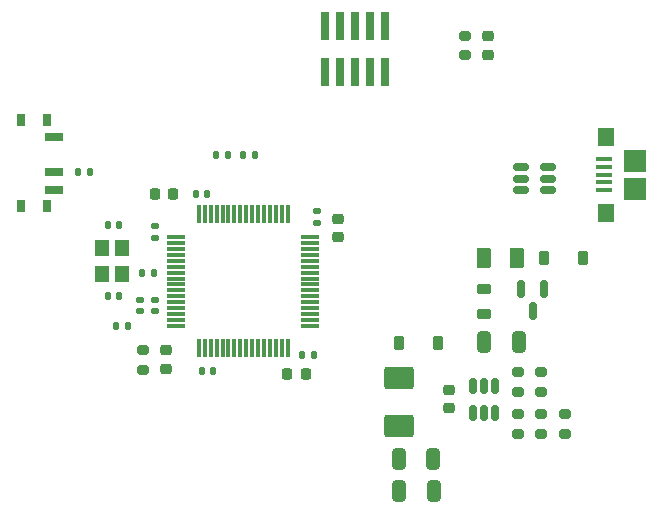
<source format=gtp>
%TF.GenerationSoftware,KiCad,Pcbnew,9.0.1*%
%TF.CreationDate,2025-04-24T11:34:14-03:00*%
%TF.ProjectId,STM32_USB_Buck_Converter,53544d33-325f-4555-9342-5f4275636b5f,rev?*%
%TF.SameCoordinates,Original*%
%TF.FileFunction,Paste,Top*%
%TF.FilePolarity,Positive*%
%FSLAX46Y46*%
G04 Gerber Fmt 4.6, Leading zero omitted, Abs format (unit mm)*
G04 Created by KiCad (PCBNEW 9.0.1) date 2025-04-24 11:34:14*
%MOMM*%
%LPD*%
G01*
G04 APERTURE LIST*
G04 Aperture macros list*
%AMRoundRect*
0 Rectangle with rounded corners*
0 $1 Rounding radius*
0 $2 $3 $4 $5 $6 $7 $8 $9 X,Y pos of 4 corners*
0 Add a 4 corners polygon primitive as box body*
4,1,4,$2,$3,$4,$5,$6,$7,$8,$9,$2,$3,0*
0 Add four circle primitives for the rounded corners*
1,1,$1+$1,$2,$3*
1,1,$1+$1,$4,$5*
1,1,$1+$1,$6,$7*
1,1,$1+$1,$8,$9*
0 Add four rect primitives between the rounded corners*
20,1,$1+$1,$2,$3,$4,$5,0*
20,1,$1+$1,$4,$5,$6,$7,0*
20,1,$1+$1,$6,$7,$8,$9,0*
20,1,$1+$1,$8,$9,$2,$3,0*%
G04 Aperture macros list end*
%ADD10RoundRect,0.200000X0.275000X-0.200000X0.275000X0.200000X-0.275000X0.200000X-0.275000X-0.200000X0*%
%ADD11RoundRect,0.218750X0.256250X-0.218750X0.256250X0.218750X-0.256250X0.218750X-0.256250X-0.218750X0*%
%ADD12R,0.740000X2.400000*%
%ADD13R,1.500000X0.700000*%
%ADD14R,0.800000X1.000000*%
%ADD15RoundRect,0.140000X-0.140000X-0.170000X0.140000X-0.170000X0.140000X0.170000X-0.140000X0.170000X0*%
%ADD16R,1.350000X0.400000*%
%ADD17R,1.400000X1.600000*%
%ADD18R,1.900000X1.900000*%
%ADD19RoundRect,0.250000X-0.325000X-0.650000X0.325000X-0.650000X0.325000X0.650000X-0.325000X0.650000X0*%
%ADD20RoundRect,0.225000X0.250000X-0.225000X0.250000X0.225000X-0.250000X0.225000X-0.250000X-0.225000X0*%
%ADD21RoundRect,0.250000X-1.000000X0.700000X-1.000000X-0.700000X1.000000X-0.700000X1.000000X0.700000X0*%
%ADD22RoundRect,0.150000X0.512500X0.150000X-0.512500X0.150000X-0.512500X-0.150000X0.512500X-0.150000X0*%
%ADD23RoundRect,0.135000X0.135000X0.185000X-0.135000X0.185000X-0.135000X-0.185000X0.135000X-0.185000X0*%
%ADD24RoundRect,0.200000X-0.275000X0.200000X-0.275000X-0.200000X0.275000X-0.200000X0.275000X0.200000X0*%
%ADD25RoundRect,0.140000X0.170000X-0.140000X0.170000X0.140000X-0.170000X0.140000X-0.170000X-0.140000X0*%
%ADD26RoundRect,0.150000X-0.150000X0.587500X-0.150000X-0.587500X0.150000X-0.587500X0.150000X0.587500X0*%
%ADD27RoundRect,0.218750X-0.381250X0.218750X-0.381250X-0.218750X0.381250X-0.218750X0.381250X0.218750X0*%
%ADD28RoundRect,0.140000X0.140000X0.170000X-0.140000X0.170000X-0.140000X-0.170000X0.140000X-0.170000X0*%
%ADD29RoundRect,0.225000X-0.225000X-0.375000X0.225000X-0.375000X0.225000X0.375000X-0.225000X0.375000X0*%
%ADD30RoundRect,0.225000X-0.225000X-0.250000X0.225000X-0.250000X0.225000X0.250000X-0.225000X0.250000X0*%
%ADD31RoundRect,0.147500X-0.147500X-0.172500X0.147500X-0.172500X0.147500X0.172500X-0.147500X0.172500X0*%
%ADD32RoundRect,0.135000X-0.135000X-0.185000X0.135000X-0.185000X0.135000X0.185000X-0.135000X0.185000X0*%
%ADD33R,1.200000X1.400000*%
%ADD34RoundRect,0.250000X0.375000X0.625000X-0.375000X0.625000X-0.375000X-0.625000X0.375000X-0.625000X0*%
%ADD35RoundRect,0.150000X0.150000X-0.512500X0.150000X0.512500X-0.150000X0.512500X-0.150000X-0.512500X0*%
%ADD36RoundRect,0.225000X0.225000X0.250000X-0.225000X0.250000X-0.225000X-0.250000X0.225000X-0.250000X0*%
%ADD37RoundRect,0.075000X-0.075000X-0.700000X0.075000X-0.700000X0.075000X0.700000X-0.075000X0.700000X0*%
%ADD38RoundRect,0.075000X-0.700000X-0.075000X0.700000X-0.075000X0.700000X0.075000X-0.700000X0.075000X0*%
G04 APERTURE END LIST*
D10*
%TO.C,R6*%
X144000000Y-75712500D03*
X144000000Y-77362500D03*
%TD*%
D11*
%TO.C,D3*%
X146000000Y-75750000D03*
X146000000Y-77325000D03*
%TD*%
D12*
%TO.C,J2*%
X137290000Y-74875000D03*
X137290000Y-78775000D03*
X136020000Y-74875000D03*
X136020000Y-78775000D03*
X134750000Y-74875000D03*
X134750000Y-78775000D03*
X133480000Y-74875000D03*
X133480000Y-78775000D03*
X132210000Y-74875000D03*
X132210000Y-78775000D03*
%TD*%
D13*
%TO.C,SW1*%
X109250000Y-88750000D03*
X109250000Y-87250000D03*
X109250000Y-84250000D03*
D14*
X106390000Y-90150000D03*
X108600000Y-90150000D03*
X106390000Y-82850000D03*
X108600000Y-82850000D03*
%TD*%
D15*
%TO.C,C8*%
X130250000Y-102750000D03*
X131210000Y-102750000D03*
%TD*%
D16*
%TO.C,J5*%
X155775000Y-88770000D03*
X155775000Y-88120000D03*
X155775000Y-87470000D03*
X155775000Y-86820000D03*
X155775000Y-86170000D03*
D17*
X156000000Y-90670000D03*
D18*
X158450000Y-88670000D03*
X158450000Y-86270000D03*
D17*
X156000000Y-84270000D03*
%TD*%
D19*
%TO.C,C1*%
X145625000Y-101600000D03*
X148575000Y-101600000D03*
%TD*%
D20*
%TO.C,C4*%
X142650000Y-105700000D03*
X142650000Y-107250000D03*
%TD*%
D10*
%TO.C,R2*%
X150500000Y-104175000D03*
X150500000Y-105825000D03*
%TD*%
D15*
%TO.C,C10*%
X122210000Y-89075000D03*
X121250000Y-89075000D03*
%TD*%
D11*
%TO.C,D4*%
X118750000Y-102325000D03*
X118750000Y-103900000D03*
%TD*%
D21*
%TO.C,L1*%
X138400000Y-104650000D03*
X138400000Y-108750000D03*
%TD*%
D22*
%TO.C,U3*%
X151025000Y-88750000D03*
X151025000Y-87800000D03*
X151025000Y-86850000D03*
X148750000Y-86850000D03*
X148750000Y-87800000D03*
X148750000Y-88750000D03*
%TD*%
D23*
%TO.C,R10*%
X125250000Y-85825000D03*
X126270000Y-85825000D03*
%TD*%
D24*
%TO.C,R4*%
X150500000Y-107750000D03*
X150500000Y-109400000D03*
%TD*%
D25*
%TO.C,C6*%
X117750000Y-91825000D03*
X117750000Y-92785000D03*
%TD*%
D26*
%TO.C,Q1*%
X150700000Y-97125000D03*
X148800000Y-97125000D03*
X149750000Y-99000000D03*
%TD*%
D25*
%TO.C,C11*%
X116500000Y-98075000D03*
X116500000Y-99035000D03*
%TD*%
%TO.C,C12*%
X117750000Y-98075000D03*
X117750000Y-99035000D03*
%TD*%
D19*
%TO.C,C2*%
X138400000Y-111500000D03*
X141350000Y-111500000D03*
%TD*%
D20*
%TO.C,C14*%
X133250000Y-91225000D03*
X133250000Y-92775000D03*
%TD*%
D27*
%TO.C,FB1*%
X145600000Y-97125000D03*
X145600000Y-99250000D03*
%TD*%
D23*
%TO.C,R8*%
X116690000Y-95750000D03*
X117710000Y-95750000D03*
%TD*%
D10*
%TO.C,R5*%
X152500000Y-109400000D03*
X152500000Y-107750000D03*
%TD*%
D23*
%TO.C,R7*%
X111240000Y-87250000D03*
X112260000Y-87250000D03*
%TD*%
D28*
%TO.C,C16*%
X113770000Y-97750000D03*
X114730000Y-97750000D03*
%TD*%
D29*
%TO.C,D2*%
X138400000Y-101750000D03*
X141700000Y-101750000D03*
%TD*%
D25*
%TO.C,C9*%
X131500000Y-90575000D03*
X131500000Y-91535000D03*
%TD*%
D30*
%TO.C,C13*%
X130525000Y-104325000D03*
X128975000Y-104325000D03*
%TD*%
D31*
%TO.C,L2*%
X115485000Y-100250000D03*
X114515000Y-100250000D03*
%TD*%
D32*
%TO.C,R11*%
X124000000Y-85825000D03*
X122980000Y-85825000D03*
%TD*%
D33*
%TO.C,Y1*%
X115000000Y-93650000D03*
X115000000Y-95850000D03*
X113300000Y-95850000D03*
X113300000Y-93650000D03*
%TD*%
D34*
%TO.C,F1*%
X148400000Y-94500000D03*
X145600000Y-94500000D03*
%TD*%
D28*
%TO.C,C7*%
X121770000Y-104075000D03*
X122730000Y-104075000D03*
%TD*%
D15*
%TO.C,C15*%
X114730000Y-91750000D03*
X113770000Y-91750000D03*
%TD*%
D35*
%TO.C,U1*%
X144675000Y-107637500D03*
X145625000Y-107637500D03*
X146575000Y-107637500D03*
X146575000Y-105362500D03*
X145625000Y-105362500D03*
X144675000Y-105362500D03*
%TD*%
D19*
%TO.C,C3*%
X138425000Y-114250000D03*
X141375000Y-114250000D03*
%TD*%
D24*
%TO.C,R1*%
X148500000Y-104175000D03*
X148500000Y-105825000D03*
%TD*%
D36*
%TO.C,C5*%
X117750000Y-89075000D03*
X119300000Y-89075000D03*
%TD*%
D10*
%TO.C,R9*%
X116750000Y-102325000D03*
X116750000Y-103975000D03*
%TD*%
D29*
%TO.C,D1*%
X150750000Y-94500000D03*
X154050000Y-94500000D03*
%TD*%
D10*
%TO.C,R3*%
X148500000Y-109400000D03*
X148500000Y-107750000D03*
%TD*%
D37*
%TO.C,U2*%
X121500000Y-90825000D03*
X122000000Y-90825000D03*
X122500000Y-90825000D03*
X123000000Y-90825000D03*
X123500000Y-90825000D03*
X124000000Y-90825000D03*
X124500000Y-90825000D03*
X125000000Y-90825000D03*
X125500000Y-90825000D03*
X126000000Y-90825000D03*
X126500000Y-90825000D03*
X127000000Y-90825000D03*
X127500000Y-90825000D03*
X128000000Y-90825000D03*
X128500000Y-90825000D03*
X129000000Y-90825000D03*
D38*
X130925000Y-92750000D03*
X130925000Y-93250000D03*
X130925000Y-93750000D03*
X130925000Y-94250000D03*
X130925000Y-94750000D03*
X130925000Y-95250000D03*
X130925000Y-95750000D03*
X130925000Y-96250000D03*
X130925000Y-96750000D03*
X130925000Y-97250000D03*
X130925000Y-97750000D03*
X130925000Y-98250000D03*
X130925000Y-98750000D03*
X130925000Y-99250000D03*
X130925000Y-99750000D03*
X130925000Y-100250000D03*
D37*
X129000000Y-102175000D03*
X128500000Y-102175000D03*
X128000000Y-102175000D03*
X127500000Y-102175000D03*
X127000000Y-102175000D03*
X126500000Y-102175000D03*
X126000000Y-102175000D03*
X125500000Y-102175000D03*
X125000000Y-102175000D03*
X124500000Y-102175000D03*
X124000000Y-102175000D03*
X123500000Y-102175000D03*
X123000000Y-102175000D03*
X122500000Y-102175000D03*
X122000000Y-102175000D03*
X121500000Y-102175000D03*
D38*
X119575000Y-100250000D03*
X119575000Y-99750000D03*
X119575000Y-99250000D03*
X119575000Y-98750000D03*
X119575000Y-98250000D03*
X119575000Y-97750000D03*
X119575000Y-97250000D03*
X119575000Y-96750000D03*
X119575000Y-96250000D03*
X119575000Y-95750000D03*
X119575000Y-95250000D03*
X119575000Y-94750000D03*
X119575000Y-94250000D03*
X119575000Y-93750000D03*
X119575000Y-93250000D03*
X119575000Y-92750000D03*
%TD*%
M02*

</source>
